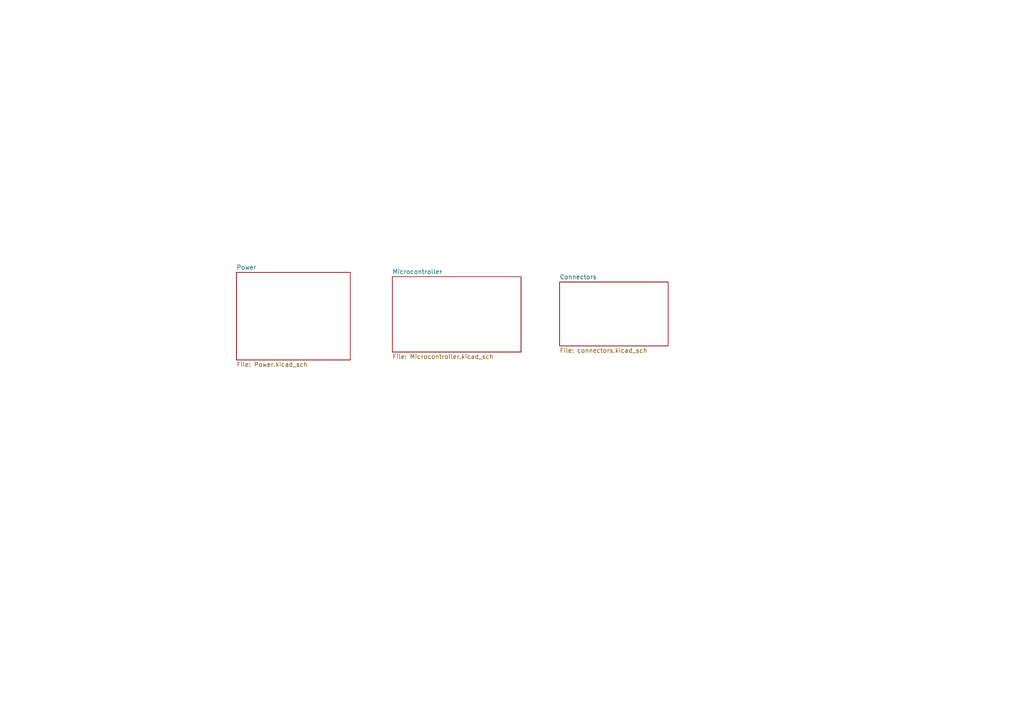
<source format=kicad_sch>
(kicad_sch (version 20230121) (generator eeschema)
  (paper "A4")
  (lib_symbols)
  (sheet (at 113.792 80.264) (size 37.338 21.844) (stroke (width 0.1524))
    (property "Sheetname" "Microcontroller" (at 113.792 79.5524 0) (effects (justify left bottom)))
    (property "Sheetfile" "Microcontroller.kicad_sch" (at 113.792 102.6926 0) (effects (justify left top)))
  )
  (sheet (at 68.58 78.994) (size 33.02 25.4) (stroke (width 0.1524))
    (property "Sheetname" "Power" (at 68.58 78.2824 0) (effects (justify left bottom)))
    (property "Sheetfile" "Power.kicad_sch" (at 68.58 104.9786 0) (effects (justify left top)))
  )
  (sheet (at 162.306 81.788) (size 31.496 18.542) (stroke (width 0.1524))
    (property "Sheetname" "Connectors" (at 162.306 81.0764 0) (effects (justify left bottom)))
    (property "Sheetfile" "connectors.kicad_sch" (at 162.306 100.9146 0) (effects (justify left top)))
  )
)
</source>
